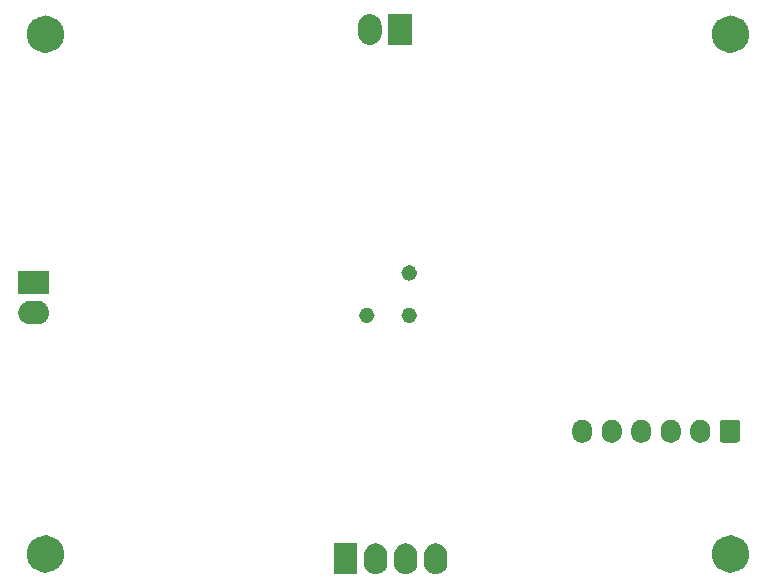
<source format=gbr>
%TF.GenerationSoftware,KiCad,Pcbnew,8.0.6*%
%TF.CreationDate,2024-11-12T13:07:59+05:30*%
%TF.ProjectId,SensePi_yashpal,53656e73-6550-4695-9f79-61736870616c,rev?*%
%TF.SameCoordinates,Original*%
%TF.FileFunction,Soldermask,Bot*%
%TF.FilePolarity,Negative*%
%FSLAX46Y46*%
G04 Gerber Fmt 4.6, Leading zero omitted, Abs format (unit mm)*
G04 Created by KiCad (PCBNEW 8.0.6) date 2024-11-12 13:07:59*
%MOMM*%
%LPD*%
G01*
G04 APERTURE LIST*
%ADD10C,0.650000*%
%ADD11C,0.000000*%
%ADD12C,1.600000*%
G04 APERTURE END LIST*
D10*
X140121000Y-103204000D02*
G75*
G02*
X139471000Y-103204000I-325000J0D01*
G01*
X139471000Y-103204000D02*
G75*
G02*
X140121000Y-103204000I325000J0D01*
G01*
D11*
G36*
X135420000Y-128690000D02*
G01*
X133420000Y-128690000D01*
X133420000Y-126090000D01*
X135420000Y-126090000D01*
X135420000Y-128690000D01*
G37*
D12*
X109800000Y-83000000D02*
G75*
G02*
X108200000Y-83000000I-800000J0D01*
G01*
X108200000Y-83000000D02*
G75*
G02*
X109800000Y-83000000I800000J0D01*
G01*
D11*
G36*
X157024810Y-115615090D02*
G01*
X157107330Y-115627330D01*
X157188240Y-115647600D01*
X157266780Y-115675700D01*
X157342190Y-115711370D01*
X157413730Y-115754250D01*
X157480730Y-115803940D01*
X157542540Y-115859960D01*
X157598560Y-115921770D01*
X157648250Y-115988770D01*
X157691130Y-116060310D01*
X157726800Y-116135720D01*
X157754900Y-116214260D01*
X157775170Y-116295170D01*
X157787410Y-116377690D01*
X157791500Y-116461000D01*
X157791500Y-116586000D01*
X157791500Y-116711000D01*
X157787410Y-116794310D01*
X157775170Y-116876830D01*
X157754900Y-116957740D01*
X157726800Y-117036280D01*
X157691130Y-117111690D01*
X157648250Y-117183230D01*
X157598560Y-117250230D01*
X157542540Y-117312040D01*
X157480730Y-117368060D01*
X157413730Y-117417750D01*
X157342190Y-117460630D01*
X157266780Y-117496300D01*
X157188240Y-117524400D01*
X157107330Y-117544670D01*
X157024810Y-117556910D01*
X156941500Y-117561000D01*
X156858190Y-117556910D01*
X156775670Y-117544670D01*
X156694760Y-117524400D01*
X156616220Y-117496300D01*
X156540810Y-117460630D01*
X156469270Y-117417750D01*
X156402270Y-117368060D01*
X156340460Y-117312040D01*
X156284440Y-117250230D01*
X156234750Y-117183230D01*
X156191870Y-117111690D01*
X156156200Y-117036280D01*
X156128100Y-116957740D01*
X156107830Y-116876830D01*
X156095590Y-116794310D01*
X156091500Y-116711000D01*
X156091500Y-116461000D01*
X156095590Y-116377690D01*
X156107830Y-116295170D01*
X156128100Y-116214260D01*
X156156200Y-116135720D01*
X156191870Y-116060310D01*
X156234750Y-115988770D01*
X156284440Y-115921770D01*
X156340460Y-115859960D01*
X156402270Y-115803940D01*
X156469270Y-115754250D01*
X156540810Y-115711370D01*
X156616220Y-115675700D01*
X156694760Y-115647600D01*
X156775670Y-115627330D01*
X156858190Y-115615090D01*
X156941500Y-115611000D01*
X157024810Y-115615090D01*
G37*
G36*
X154524810Y-115615090D02*
G01*
X154607330Y-115627330D01*
X154688240Y-115647600D01*
X154766780Y-115675700D01*
X154842190Y-115711370D01*
X154913730Y-115754250D01*
X154980730Y-115803940D01*
X155042540Y-115859960D01*
X155098560Y-115921770D01*
X155148250Y-115988770D01*
X155191130Y-116060310D01*
X155226800Y-116135720D01*
X155254900Y-116214260D01*
X155275170Y-116295170D01*
X155287410Y-116377690D01*
X155291500Y-116461000D01*
X155291500Y-116586000D01*
X155291500Y-116711000D01*
X155287410Y-116794310D01*
X155275170Y-116876830D01*
X155254900Y-116957740D01*
X155226800Y-117036280D01*
X155191130Y-117111690D01*
X155148250Y-117183230D01*
X155098560Y-117250230D01*
X155042540Y-117312040D01*
X154980730Y-117368060D01*
X154913730Y-117417750D01*
X154842190Y-117460630D01*
X154766780Y-117496300D01*
X154688240Y-117524400D01*
X154607330Y-117544670D01*
X154524810Y-117556910D01*
X154441500Y-117561000D01*
X154358190Y-117556910D01*
X154275670Y-117544670D01*
X154194760Y-117524400D01*
X154116220Y-117496300D01*
X154040810Y-117460630D01*
X153969270Y-117417750D01*
X153902270Y-117368060D01*
X153840460Y-117312040D01*
X153784440Y-117250230D01*
X153734750Y-117183230D01*
X153691870Y-117111690D01*
X153656200Y-117036280D01*
X153628100Y-116957740D01*
X153607830Y-116876830D01*
X153595590Y-116794310D01*
X153591500Y-116711000D01*
X153591500Y-116461000D01*
X153595590Y-116377690D01*
X153607830Y-116295170D01*
X153628100Y-116214260D01*
X153656200Y-116135720D01*
X153691870Y-116060310D01*
X153734750Y-115988770D01*
X153784440Y-115921770D01*
X153840460Y-115859960D01*
X153902270Y-115803940D01*
X153969270Y-115754250D01*
X154040810Y-115711370D01*
X154116220Y-115675700D01*
X154194760Y-115647600D01*
X154275670Y-115627330D01*
X154358190Y-115615090D01*
X154441500Y-115611000D01*
X154524810Y-115615090D01*
G37*
G36*
X137058020Y-126094820D02*
G01*
X137155090Y-126109210D01*
X137250280Y-126133060D01*
X137342680Y-126166120D01*
X137431400Y-126208080D01*
X137515570Y-126258530D01*
X137594390Y-126316990D01*
X137667110Y-126382890D01*
X137733010Y-126455610D01*
X137791470Y-126534430D01*
X137841920Y-126618600D01*
X137883880Y-126707320D01*
X137916940Y-126799720D01*
X137940790Y-126894910D01*
X137955180Y-126991980D01*
X137960000Y-127090000D01*
X137960000Y-127390000D01*
X137960000Y-127690000D01*
X137955180Y-127788020D01*
X137940790Y-127885090D01*
X137916940Y-127980280D01*
X137883880Y-128072680D01*
X137841920Y-128161400D01*
X137791470Y-128245570D01*
X137733010Y-128324390D01*
X137667110Y-128397110D01*
X137594390Y-128463010D01*
X137515570Y-128521470D01*
X137431400Y-128571920D01*
X137342680Y-128613880D01*
X137250280Y-128646940D01*
X137155090Y-128670790D01*
X137058020Y-128685180D01*
X136960000Y-128690000D01*
X136861980Y-128685180D01*
X136764910Y-128670790D01*
X136669720Y-128646940D01*
X136577320Y-128613880D01*
X136488600Y-128571920D01*
X136404430Y-128521470D01*
X136325610Y-128463010D01*
X136252890Y-128397110D01*
X136186990Y-128324390D01*
X136128530Y-128245570D01*
X136078080Y-128161400D01*
X136036120Y-128072680D01*
X136003060Y-127980280D01*
X135979210Y-127885090D01*
X135964820Y-127788020D01*
X135960000Y-127690000D01*
X135960000Y-127090000D01*
X135964820Y-126991980D01*
X135979210Y-126894910D01*
X136003060Y-126799720D01*
X136036120Y-126707320D01*
X136078080Y-126618600D01*
X136128530Y-126534430D01*
X136186990Y-126455610D01*
X136252890Y-126382890D01*
X136325610Y-126316990D01*
X136404430Y-126258530D01*
X136488600Y-126208080D01*
X136577320Y-126166120D01*
X136669720Y-126133060D01*
X136764910Y-126109210D01*
X136861980Y-126094820D01*
X136960000Y-126090000D01*
X137058020Y-126094820D01*
G37*
D10*
X140121000Y-106796000D02*
G75*
G02*
X139471000Y-106796000I-325000J0D01*
G01*
X139471000Y-106796000D02*
G75*
G02*
X140121000Y-106796000I325000J0D01*
G01*
D11*
G36*
X140010000Y-83880000D02*
G01*
X138010000Y-83880000D01*
X138010000Y-81280000D01*
X140010000Y-81280000D01*
X140010000Y-83880000D01*
G37*
G36*
X164524810Y-115615090D02*
G01*
X164607330Y-115627330D01*
X164688240Y-115647600D01*
X164766780Y-115675700D01*
X164842190Y-115711370D01*
X164913730Y-115754250D01*
X164980730Y-115803940D01*
X165042540Y-115859960D01*
X165098560Y-115921770D01*
X165148250Y-115988770D01*
X165191130Y-116060310D01*
X165226800Y-116135720D01*
X165254900Y-116214260D01*
X165275170Y-116295170D01*
X165287410Y-116377690D01*
X165291500Y-116461000D01*
X165291500Y-116586000D01*
X165291500Y-116711000D01*
X165287410Y-116794310D01*
X165275170Y-116876830D01*
X165254900Y-116957740D01*
X165226800Y-117036280D01*
X165191130Y-117111690D01*
X165148250Y-117183230D01*
X165098560Y-117250230D01*
X165042540Y-117312040D01*
X164980730Y-117368060D01*
X164913730Y-117417750D01*
X164842190Y-117460630D01*
X164766780Y-117496300D01*
X164688240Y-117524400D01*
X164607330Y-117544670D01*
X164524810Y-117556910D01*
X164441500Y-117561000D01*
X164358190Y-117556910D01*
X164275670Y-117544670D01*
X164194760Y-117524400D01*
X164116220Y-117496300D01*
X164040810Y-117460630D01*
X163969270Y-117417750D01*
X163902270Y-117368060D01*
X163840460Y-117312040D01*
X163784440Y-117250230D01*
X163734750Y-117183230D01*
X163691870Y-117111690D01*
X163656200Y-117036280D01*
X163628100Y-116957740D01*
X163607830Y-116876830D01*
X163595590Y-116794310D01*
X163591500Y-116711000D01*
X163591500Y-116461000D01*
X163595590Y-116377690D01*
X163607830Y-116295170D01*
X163628100Y-116214260D01*
X163656200Y-116135720D01*
X163691870Y-116060310D01*
X163734750Y-115988770D01*
X163784440Y-115921770D01*
X163840460Y-115859960D01*
X163902270Y-115803940D01*
X163969270Y-115754250D01*
X164040810Y-115711370D01*
X164116220Y-115675700D01*
X164194760Y-115647600D01*
X164275670Y-115627330D01*
X164358190Y-115615090D01*
X164441500Y-115611000D01*
X164524810Y-115615090D01*
G37*
D12*
X109800000Y-127000000D02*
G75*
G02*
X108200000Y-127000000I-800000J0D01*
G01*
X108200000Y-127000000D02*
G75*
G02*
X109800000Y-127000000I800000J0D01*
G01*
D11*
G36*
X108398020Y-105544820D02*
G01*
X108495090Y-105559210D01*
X108590280Y-105583060D01*
X108682680Y-105616120D01*
X108771400Y-105658080D01*
X108855570Y-105708530D01*
X108934390Y-105766990D01*
X109007110Y-105832890D01*
X109073010Y-105905610D01*
X109131470Y-105984430D01*
X109181920Y-106068600D01*
X109223880Y-106157320D01*
X109256940Y-106249720D01*
X109280790Y-106344910D01*
X109295180Y-106441980D01*
X109300000Y-106540000D01*
X109295180Y-106638020D01*
X109280790Y-106735090D01*
X109256940Y-106830280D01*
X109223880Y-106922680D01*
X109181920Y-107011400D01*
X109131470Y-107095570D01*
X109073010Y-107174390D01*
X109007110Y-107247110D01*
X108934390Y-107313010D01*
X108855570Y-107371470D01*
X108771400Y-107421920D01*
X108682680Y-107463880D01*
X108590280Y-107496940D01*
X108495090Y-107520790D01*
X108398020Y-107535180D01*
X108300000Y-107540000D01*
X108000000Y-107540000D01*
X107700000Y-107540000D01*
X107601980Y-107535180D01*
X107504910Y-107520790D01*
X107409720Y-107496940D01*
X107317320Y-107463880D01*
X107228600Y-107421920D01*
X107144430Y-107371470D01*
X107065610Y-107313010D01*
X106992890Y-107247110D01*
X106926990Y-107174390D01*
X106868530Y-107095570D01*
X106818080Y-107011400D01*
X106776120Y-106922680D01*
X106743060Y-106830280D01*
X106719210Y-106735090D01*
X106704820Y-106638020D01*
X106700000Y-106540000D01*
X106704820Y-106441980D01*
X106719210Y-106344910D01*
X106743060Y-106249720D01*
X106776120Y-106157320D01*
X106818080Y-106068600D01*
X106868530Y-105984430D01*
X106926990Y-105905610D01*
X106992890Y-105832890D01*
X107065610Y-105766990D01*
X107144430Y-105708530D01*
X107228600Y-105658080D01*
X107317320Y-105616120D01*
X107409720Y-105583060D01*
X107504910Y-105559210D01*
X107601980Y-105544820D01*
X107700000Y-105540000D01*
X108300000Y-105540000D01*
X108398020Y-105544820D01*
G37*
G36*
X159524810Y-115615090D02*
G01*
X159607330Y-115627330D01*
X159688240Y-115647600D01*
X159766780Y-115675700D01*
X159842190Y-115711370D01*
X159913730Y-115754250D01*
X159980730Y-115803940D01*
X160042540Y-115859960D01*
X160098560Y-115921770D01*
X160148250Y-115988770D01*
X160191130Y-116060310D01*
X160226800Y-116135720D01*
X160254900Y-116214260D01*
X160275170Y-116295170D01*
X160287410Y-116377690D01*
X160291500Y-116461000D01*
X160291500Y-116586000D01*
X160291500Y-116711000D01*
X160287410Y-116794310D01*
X160275170Y-116876830D01*
X160254900Y-116957740D01*
X160226800Y-117036280D01*
X160191130Y-117111690D01*
X160148250Y-117183230D01*
X160098560Y-117250230D01*
X160042540Y-117312040D01*
X159980730Y-117368060D01*
X159913730Y-117417750D01*
X159842190Y-117460630D01*
X159766780Y-117496300D01*
X159688240Y-117524400D01*
X159607330Y-117544670D01*
X159524810Y-117556910D01*
X159441500Y-117561000D01*
X159358190Y-117556910D01*
X159275670Y-117544670D01*
X159194760Y-117524400D01*
X159116220Y-117496300D01*
X159040810Y-117460630D01*
X158969270Y-117417750D01*
X158902270Y-117368060D01*
X158840460Y-117312040D01*
X158784440Y-117250230D01*
X158734750Y-117183230D01*
X158691870Y-117111690D01*
X158656200Y-117036280D01*
X158628100Y-116957740D01*
X158607830Y-116876830D01*
X158595590Y-116794310D01*
X158591500Y-116711000D01*
X158591500Y-116461000D01*
X158595590Y-116377690D01*
X158607830Y-116295170D01*
X158628100Y-116214260D01*
X158656200Y-116135720D01*
X158691870Y-116060310D01*
X158734750Y-115988770D01*
X158784440Y-115921770D01*
X158840460Y-115859960D01*
X158902270Y-115803940D01*
X158969270Y-115754250D01*
X159040810Y-115711370D01*
X159116220Y-115675700D01*
X159194760Y-115647600D01*
X159275670Y-115627330D01*
X159358190Y-115615090D01*
X159441500Y-115611000D01*
X159524810Y-115615090D01*
G37*
G36*
X162024810Y-115615090D02*
G01*
X162107330Y-115627330D01*
X162188240Y-115647600D01*
X162266780Y-115675700D01*
X162342190Y-115711370D01*
X162413730Y-115754250D01*
X162480730Y-115803940D01*
X162542540Y-115859960D01*
X162598560Y-115921770D01*
X162648250Y-115988770D01*
X162691130Y-116060310D01*
X162726800Y-116135720D01*
X162754900Y-116214260D01*
X162775170Y-116295170D01*
X162787410Y-116377690D01*
X162791500Y-116461000D01*
X162791500Y-116586000D01*
X162791500Y-116711000D01*
X162787410Y-116794310D01*
X162775170Y-116876830D01*
X162754900Y-116957740D01*
X162726800Y-117036280D01*
X162691130Y-117111690D01*
X162648250Y-117183230D01*
X162598560Y-117250230D01*
X162542540Y-117312040D01*
X162480730Y-117368060D01*
X162413730Y-117417750D01*
X162342190Y-117460630D01*
X162266780Y-117496300D01*
X162188240Y-117524400D01*
X162107330Y-117544670D01*
X162024810Y-117556910D01*
X161941500Y-117561000D01*
X161858190Y-117556910D01*
X161775670Y-117544670D01*
X161694760Y-117524400D01*
X161616220Y-117496300D01*
X161540810Y-117460630D01*
X161469270Y-117417750D01*
X161402270Y-117368060D01*
X161340460Y-117312040D01*
X161284440Y-117250230D01*
X161234750Y-117183230D01*
X161191870Y-117111690D01*
X161156200Y-117036280D01*
X161128100Y-116957740D01*
X161107830Y-116876830D01*
X161095590Y-116794310D01*
X161091500Y-116711000D01*
X161091500Y-116461000D01*
X161095590Y-116377690D01*
X161107830Y-116295170D01*
X161128100Y-116214260D01*
X161156200Y-116135720D01*
X161191870Y-116060310D01*
X161234750Y-115988770D01*
X161284440Y-115921770D01*
X161340460Y-115859960D01*
X161402270Y-115803940D01*
X161469270Y-115754250D01*
X161540810Y-115711370D01*
X161616220Y-115675700D01*
X161694760Y-115647600D01*
X161775670Y-115627330D01*
X161858190Y-115615090D01*
X161941500Y-115611000D01*
X162024810Y-115615090D01*
G37*
G36*
X142138020Y-126094820D02*
G01*
X142235090Y-126109210D01*
X142330280Y-126133060D01*
X142422680Y-126166120D01*
X142511400Y-126208080D01*
X142595570Y-126258530D01*
X142674390Y-126316990D01*
X142747110Y-126382890D01*
X142813010Y-126455610D01*
X142871470Y-126534430D01*
X142921920Y-126618600D01*
X142963880Y-126707320D01*
X142996940Y-126799720D01*
X143020790Y-126894910D01*
X143035180Y-126991980D01*
X143040000Y-127090000D01*
X143040000Y-127390000D01*
X143040000Y-127690000D01*
X143035180Y-127788020D01*
X143020790Y-127885090D01*
X142996940Y-127980280D01*
X142963880Y-128072680D01*
X142921920Y-128161400D01*
X142871470Y-128245570D01*
X142813010Y-128324390D01*
X142747110Y-128397110D01*
X142674390Y-128463010D01*
X142595570Y-128521470D01*
X142511400Y-128571920D01*
X142422680Y-128613880D01*
X142330280Y-128646940D01*
X142235090Y-128670790D01*
X142138020Y-128685180D01*
X142040000Y-128690000D01*
X141941980Y-128685180D01*
X141844910Y-128670790D01*
X141749720Y-128646940D01*
X141657320Y-128613880D01*
X141568600Y-128571920D01*
X141484430Y-128521470D01*
X141405610Y-128463010D01*
X141332890Y-128397110D01*
X141266990Y-128324390D01*
X141208530Y-128245570D01*
X141158080Y-128161400D01*
X141116120Y-128072680D01*
X141083060Y-127980280D01*
X141059210Y-127885090D01*
X141044820Y-127788020D01*
X141040000Y-127690000D01*
X141040000Y-127090000D01*
X141044820Y-126991980D01*
X141059210Y-126894910D01*
X141083060Y-126799720D01*
X141116120Y-126707320D01*
X141158080Y-126618600D01*
X141208530Y-126534430D01*
X141266990Y-126455610D01*
X141332890Y-126382890D01*
X141405610Y-126316990D01*
X141484430Y-126258530D01*
X141568600Y-126208080D01*
X141657320Y-126166120D01*
X141749720Y-126133060D01*
X141844910Y-126109210D01*
X141941980Y-126094820D01*
X142040000Y-126090000D01*
X142138020Y-126094820D01*
G37*
G36*
X167545010Y-115611020D02*
G01*
X167548510Y-115611100D01*
X167552020Y-115611220D01*
X167555520Y-115611390D01*
X167559020Y-115611610D01*
X167562510Y-115611880D01*
X167566000Y-115612200D01*
X167569490Y-115612570D01*
X167572970Y-115612990D01*
X167576450Y-115613450D01*
X167579920Y-115613970D01*
X167583380Y-115614530D01*
X167586830Y-115615140D01*
X167590270Y-115615800D01*
X167593710Y-115616510D01*
X167597130Y-115617270D01*
X167600540Y-115618070D01*
X167603940Y-115618920D01*
X167607330Y-115619820D01*
X167610710Y-115620770D01*
X167614070Y-115621760D01*
X167617420Y-115622810D01*
X167620750Y-115623890D01*
X167624070Y-115625030D01*
X167627370Y-115626210D01*
X167630660Y-115627440D01*
X167633920Y-115628710D01*
X167637170Y-115630030D01*
X167640400Y-115631390D01*
X167643610Y-115632800D01*
X167646800Y-115634260D01*
X167649970Y-115635760D01*
X167653120Y-115637300D01*
X167656250Y-115638890D01*
X167659350Y-115640520D01*
X167662430Y-115642190D01*
X167665490Y-115643910D01*
X167668520Y-115645670D01*
X167671530Y-115647470D01*
X167674510Y-115649320D01*
X167677460Y-115651210D01*
X167680390Y-115653130D01*
X167683290Y-115655100D01*
X167686170Y-115657110D01*
X167689010Y-115659160D01*
X167691830Y-115661250D01*
X167694620Y-115663380D01*
X167697370Y-115665540D01*
X167700100Y-115667750D01*
X167702790Y-115669990D01*
X167705460Y-115672270D01*
X167708090Y-115674590D01*
X167710680Y-115676940D01*
X167713250Y-115679330D01*
X167715780Y-115681760D01*
X167718280Y-115684220D01*
X167720740Y-115686720D01*
X167723170Y-115689250D01*
X167725560Y-115691820D01*
X167727910Y-115694410D01*
X167730230Y-115697040D01*
X167732510Y-115699710D01*
X167734750Y-115702400D01*
X167736960Y-115705130D01*
X167739120Y-115707880D01*
X167741250Y-115710670D01*
X167743340Y-115713490D01*
X167745390Y-115716330D01*
X167747400Y-115719210D01*
X167749370Y-115722110D01*
X167751290Y-115725040D01*
X167753180Y-115727990D01*
X167755030Y-115730970D01*
X167756830Y-115733980D01*
X167758590Y-115737010D01*
X167760310Y-115740070D01*
X167761980Y-115743150D01*
X167763610Y-115746250D01*
X167765200Y-115749380D01*
X167766740Y-115752530D01*
X167768240Y-115755700D01*
X167769700Y-115758890D01*
X167771110Y-115762100D01*
X167772470Y-115765330D01*
X167773790Y-115768580D01*
X167775060Y-115771840D01*
X167776290Y-115775130D01*
X167777470Y-115778430D01*
X167778610Y-115781750D01*
X167779690Y-115785080D01*
X167780740Y-115788430D01*
X167781730Y-115791790D01*
X167782680Y-115795170D01*
X167783580Y-115798560D01*
X167784430Y-115801960D01*
X167785230Y-115805370D01*
X167785990Y-115808790D01*
X167786700Y-115812230D01*
X167787360Y-115815670D01*
X167787970Y-115819120D01*
X167788530Y-115822580D01*
X167789050Y-115826050D01*
X167789510Y-115829530D01*
X167789930Y-115833010D01*
X167790300Y-115836500D01*
X167790620Y-115839990D01*
X167790890Y-115843480D01*
X167791110Y-115846980D01*
X167791280Y-115850480D01*
X167791400Y-115853990D01*
X167791480Y-115857490D01*
X167791500Y-115861000D01*
X167791500Y-117311000D01*
X167791480Y-117314510D01*
X167791400Y-117318010D01*
X167791280Y-117321520D01*
X167791110Y-117325020D01*
X167790890Y-117328520D01*
X167790620Y-117332010D01*
X167790300Y-117335500D01*
X167789930Y-117338990D01*
X167789510Y-117342470D01*
X167789050Y-117345950D01*
X167788530Y-117349420D01*
X167787970Y-117352880D01*
X167787360Y-117356330D01*
X167786700Y-117359770D01*
X167785990Y-117363210D01*
X167785230Y-117366630D01*
X167784430Y-117370040D01*
X167783580Y-117373440D01*
X167782680Y-117376830D01*
X167781730Y-117380210D01*
X167780740Y-117383570D01*
X167779690Y-117386920D01*
X167778610Y-117390250D01*
X167777470Y-117393570D01*
X167776290Y-117396870D01*
X167775060Y-117400160D01*
X167773790Y-117403420D01*
X167772470Y-117406670D01*
X167771110Y-117409900D01*
X167769700Y-117413110D01*
X167768240Y-117416300D01*
X167766740Y-117419470D01*
X167765200Y-117422620D01*
X167763610Y-117425750D01*
X167761980Y-117428850D01*
X167760310Y-117431930D01*
X167758590Y-117434990D01*
X167756830Y-117438020D01*
X167755030Y-117441030D01*
X167753180Y-117444010D01*
X167751290Y-117446960D01*
X167749370Y-117449890D01*
X167747400Y-117452790D01*
X167745390Y-117455670D01*
X167743340Y-117458510D01*
X167741250Y-117461330D01*
X167739120Y-117464120D01*
X167736960Y-117466870D01*
X167734750Y-117469600D01*
X167732510Y-117472290D01*
X167730230Y-117474960D01*
X167727910Y-117477590D01*
X167725560Y-117480180D01*
X167723170Y-117482750D01*
X167720740Y-117485280D01*
X167718280Y-117487780D01*
X167715780Y-117490240D01*
X167713250Y-117492670D01*
X167710680Y-117495060D01*
X167708090Y-117497410D01*
X167705460Y-117499730D01*
X167702790Y-117502010D01*
X167700100Y-117504250D01*
X167697370Y-117506460D01*
X167694620Y-117508620D01*
X167691830Y-117510750D01*
X167689010Y-117512840D01*
X167686170Y-117514890D01*
X167683290Y-117516900D01*
X167680390Y-117518870D01*
X167677460Y-117520790D01*
X167674510Y-117522680D01*
X167671530Y-117524530D01*
X167668520Y-117526330D01*
X167665490Y-117528090D01*
X167662430Y-117529810D01*
X167659350Y-117531480D01*
X167656250Y-117533110D01*
X167653120Y-117534700D01*
X167649970Y-117536240D01*
X167646800Y-117537740D01*
X167643610Y-117539200D01*
X167640400Y-117540610D01*
X167637170Y-117541970D01*
X167633920Y-117543290D01*
X167630660Y-117544560D01*
X167627370Y-117545790D01*
X167624070Y-117546970D01*
X167620750Y-117548110D01*
X167617420Y-117549190D01*
X167614070Y-117550240D01*
X167610710Y-117551230D01*
X167607330Y-117552180D01*
X167603940Y-117553080D01*
X167600540Y-117553930D01*
X167597130Y-117554730D01*
X167593710Y-117555490D01*
X167590270Y-117556200D01*
X167586830Y-117556860D01*
X167583380Y-117557470D01*
X167579920Y-117558030D01*
X167576450Y-117558550D01*
X167572970Y-117559010D01*
X167569490Y-117559430D01*
X167566000Y-117559800D01*
X167562510Y-117560120D01*
X167559020Y-117560390D01*
X167555520Y-117560610D01*
X167552020Y-117560780D01*
X167548510Y-117560900D01*
X167545010Y-117560980D01*
X167541500Y-117561000D01*
X166341500Y-117561000D01*
X166337990Y-117560980D01*
X166334490Y-117560900D01*
X166330980Y-117560780D01*
X166327480Y-117560610D01*
X166323980Y-117560390D01*
X166320490Y-117560120D01*
X166317000Y-117559800D01*
X166313510Y-117559430D01*
X166310030Y-117559010D01*
X166306550Y-117558550D01*
X166303080Y-117558030D01*
X166299620Y-117557470D01*
X166296170Y-117556860D01*
X166292730Y-117556200D01*
X166289290Y-117555490D01*
X166285870Y-117554730D01*
X166282460Y-117553930D01*
X166279060Y-117553080D01*
X166275670Y-117552180D01*
X166272290Y-117551230D01*
X166268930Y-117550240D01*
X166265580Y-117549190D01*
X166262250Y-117548110D01*
X166258930Y-117546970D01*
X166255630Y-117545790D01*
X166252340Y-117544560D01*
X166249080Y-117543290D01*
X166245830Y-117541970D01*
X166242600Y-117540610D01*
X166239390Y-117539200D01*
X166236200Y-117537740D01*
X166233030Y-117536240D01*
X166229880Y-117534700D01*
X166226750Y-117533110D01*
X166223650Y-117531480D01*
X166220570Y-117529810D01*
X166217510Y-117528090D01*
X166214480Y-117526330D01*
X166211470Y-117524530D01*
X166208490Y-117522680D01*
X166205540Y-117520790D01*
X166202610Y-117518870D01*
X166199710Y-117516900D01*
X166196830Y-117514890D01*
X166193990Y-117512840D01*
X166191170Y-117510750D01*
X166188380Y-117508620D01*
X166185630Y-117506460D01*
X166182900Y-117504250D01*
X166180210Y-117502010D01*
X166177540Y-117499730D01*
X166174910Y-117497410D01*
X166172320Y-117495060D01*
X166169750Y-117492670D01*
X166167220Y-117490240D01*
X166164720Y-117487780D01*
X166162260Y-117485280D01*
X166159830Y-117482750D01*
X166157440Y-117480180D01*
X166155090Y-117477590D01*
X166152770Y-117474960D01*
X166150490Y-117472290D01*
X166148250Y-117469600D01*
X166146040Y-117466870D01*
X166143880Y-117464120D01*
X166141750Y-117461330D01*
X166139660Y-117458510D01*
X166137610Y-117455670D01*
X166135600Y-117452790D01*
X166133630Y-117449890D01*
X166131710Y-117446960D01*
X166129820Y-117444010D01*
X166127970Y-117441030D01*
X166126170Y-117438020D01*
X166124410Y-117434990D01*
X166122690Y-117431930D01*
X166121020Y-117428850D01*
X166119390Y-117425750D01*
X166117800Y-117422620D01*
X166116260Y-117419470D01*
X166114760Y-117416300D01*
X166113300Y-117413110D01*
X166111890Y-117409900D01*
X166110530Y-117406670D01*
X166109210Y-117403420D01*
X166107940Y-117400160D01*
X166106710Y-117396870D01*
X166105530Y-117393570D01*
X166104390Y-117390250D01*
X166103310Y-117386920D01*
X166102260Y-117383570D01*
X166101270Y-117380210D01*
X166100320Y-117376830D01*
X166099420Y-117373440D01*
X166098570Y-117370040D01*
X166097770Y-117366630D01*
X166097010Y-117363210D01*
X166096300Y-117359770D01*
X166095640Y-117356330D01*
X166095030Y-117352880D01*
X166094470Y-117349420D01*
X166093950Y-117345950D01*
X166093490Y-117342470D01*
X166093070Y-117338990D01*
X166092700Y-117335500D01*
X166092380Y-117332010D01*
X166092110Y-117328520D01*
X166091890Y-117325020D01*
X166091720Y-117321520D01*
X166091600Y-117318010D01*
X166091520Y-117314510D01*
X166091500Y-117311000D01*
X166091500Y-115861000D01*
X166091520Y-115857490D01*
X166091600Y-115853990D01*
X166091720Y-115850480D01*
X166091890Y-115846980D01*
X166092110Y-115843480D01*
X166092380Y-115839990D01*
X166092700Y-115836500D01*
X166093070Y-115833010D01*
X166093490Y-115829530D01*
X166093950Y-115826050D01*
X166094470Y-115822580D01*
X166095030Y-115819120D01*
X166095640Y-115815670D01*
X166096300Y-115812230D01*
X166097010Y-115808790D01*
X166097770Y-115805370D01*
X166098570Y-115801960D01*
X166099420Y-115798560D01*
X166100320Y-115795170D01*
X166101270Y-115791790D01*
X166102260Y-115788430D01*
X166103310Y-115785080D01*
X166104390Y-115781750D01*
X166105530Y-115778430D01*
X166106710Y-115775130D01*
X166107940Y-115771840D01*
X166109210Y-115768580D01*
X166110530Y-115765330D01*
X166111890Y-115762100D01*
X166113300Y-115758890D01*
X166114760Y-115755700D01*
X166116260Y-115752530D01*
X166117800Y-115749380D01*
X166119390Y-115746250D01*
X166121020Y-115743150D01*
X166122690Y-115740070D01*
X166124410Y-115737010D01*
X166126170Y-115733980D01*
X166127970Y-115730970D01*
X166129820Y-115727990D01*
X166131710Y-115725040D01*
X166133630Y-115722110D01*
X166135600Y-115719210D01*
X166137610Y-115716330D01*
X166139660Y-115713490D01*
X166141750Y-115710670D01*
X166143880Y-115707880D01*
X166146040Y-115705130D01*
X166148250Y-115702400D01*
X166150490Y-115699710D01*
X166152770Y-115697040D01*
X166155090Y-115694410D01*
X166157440Y-115691820D01*
X166159830Y-115689250D01*
X166162260Y-115686720D01*
X166164720Y-115684220D01*
X166167220Y-115681760D01*
X166169750Y-115679330D01*
X166172320Y-115676940D01*
X166174910Y-115674590D01*
X166177540Y-115672270D01*
X166180210Y-115669990D01*
X166182900Y-115667750D01*
X166185630Y-115665540D01*
X166188380Y-115663380D01*
X166191170Y-115661250D01*
X166193990Y-115659160D01*
X166196830Y-115657110D01*
X166199710Y-115655100D01*
X166202610Y-115653130D01*
X166205540Y-115651210D01*
X166208490Y-115649320D01*
X166211470Y-115647470D01*
X166214480Y-115645670D01*
X166217510Y-115643910D01*
X166220570Y-115642190D01*
X166223650Y-115640520D01*
X166226750Y-115638890D01*
X166229880Y-115637300D01*
X166233030Y-115635760D01*
X166236200Y-115634260D01*
X166239390Y-115632800D01*
X166242600Y-115631390D01*
X166245830Y-115630030D01*
X166249080Y-115628710D01*
X166252340Y-115627440D01*
X166255630Y-115626210D01*
X166258930Y-115625030D01*
X166262250Y-115623890D01*
X166265580Y-115622810D01*
X166268930Y-115621760D01*
X166272290Y-115620770D01*
X166275670Y-115619820D01*
X166279060Y-115618920D01*
X166282460Y-115618070D01*
X166285870Y-115617270D01*
X166289290Y-115616510D01*
X166292730Y-115615800D01*
X166296170Y-115615140D01*
X166299620Y-115614530D01*
X166303080Y-115613970D01*
X166306550Y-115613450D01*
X166310030Y-115612990D01*
X166313510Y-115612570D01*
X166317000Y-115612200D01*
X166320490Y-115611880D01*
X166323980Y-115611610D01*
X166327480Y-115611390D01*
X166330980Y-115611220D01*
X166334490Y-115611100D01*
X166337990Y-115611020D01*
X166341500Y-115611000D01*
X167541500Y-115611000D01*
X167545010Y-115611020D01*
G37*
G36*
X136568020Y-81284820D02*
G01*
X136665090Y-81299210D01*
X136760280Y-81323060D01*
X136852680Y-81356120D01*
X136941400Y-81398080D01*
X137025570Y-81448530D01*
X137104390Y-81506990D01*
X137177110Y-81572890D01*
X137243010Y-81645610D01*
X137301470Y-81724430D01*
X137351920Y-81808600D01*
X137393880Y-81897320D01*
X137426940Y-81989720D01*
X137450790Y-82084910D01*
X137465180Y-82181980D01*
X137470000Y-82280000D01*
X137470000Y-82580000D01*
X137470000Y-82880000D01*
X137465180Y-82978020D01*
X137450790Y-83075090D01*
X137426940Y-83170280D01*
X137393880Y-83262680D01*
X137351920Y-83351400D01*
X137301470Y-83435570D01*
X137243010Y-83514390D01*
X137177110Y-83587110D01*
X137104390Y-83653010D01*
X137025570Y-83711470D01*
X136941400Y-83761920D01*
X136852680Y-83803880D01*
X136760280Y-83836940D01*
X136665090Y-83860790D01*
X136568020Y-83875180D01*
X136470000Y-83880000D01*
X136371980Y-83875180D01*
X136274910Y-83860790D01*
X136179720Y-83836940D01*
X136087320Y-83803880D01*
X135998600Y-83761920D01*
X135914430Y-83711470D01*
X135835610Y-83653010D01*
X135762890Y-83587110D01*
X135696990Y-83514390D01*
X135638530Y-83435570D01*
X135588080Y-83351400D01*
X135546120Y-83262680D01*
X135513060Y-83170280D01*
X135489210Y-83075090D01*
X135474820Y-82978020D01*
X135470000Y-82880000D01*
X135470000Y-82280000D01*
X135474820Y-82181980D01*
X135489210Y-82084910D01*
X135513060Y-81989720D01*
X135546120Y-81897320D01*
X135588080Y-81808600D01*
X135638530Y-81724430D01*
X135696990Y-81645610D01*
X135762890Y-81572890D01*
X135835610Y-81506990D01*
X135914430Y-81448530D01*
X135998600Y-81398080D01*
X136087320Y-81356120D01*
X136179720Y-81323060D01*
X136274910Y-81299210D01*
X136371980Y-81284820D01*
X136470000Y-81280000D01*
X136568020Y-81284820D01*
G37*
D12*
X167800000Y-83000000D02*
G75*
G02*
X166200000Y-83000000I-800000J0D01*
G01*
X166200000Y-83000000D02*
G75*
G02*
X167800000Y-83000000I800000J0D01*
G01*
X167800000Y-127000000D02*
G75*
G02*
X166200000Y-127000000I-800000J0D01*
G01*
X166200000Y-127000000D02*
G75*
G02*
X167800000Y-127000000I800000J0D01*
G01*
D11*
G36*
X109300000Y-105000000D02*
G01*
X106700000Y-105000000D01*
X106700000Y-103000000D01*
X109300000Y-103000000D01*
X109300000Y-105000000D01*
G37*
G36*
X139598020Y-126094820D02*
G01*
X139695090Y-126109210D01*
X139790280Y-126133060D01*
X139882680Y-126166120D01*
X139971400Y-126208080D01*
X140055570Y-126258530D01*
X140134390Y-126316990D01*
X140207110Y-126382890D01*
X140273010Y-126455610D01*
X140331470Y-126534430D01*
X140381920Y-126618600D01*
X140423880Y-126707320D01*
X140456940Y-126799720D01*
X140480790Y-126894910D01*
X140495180Y-126991980D01*
X140500000Y-127090000D01*
X140500000Y-127390000D01*
X140500000Y-127690000D01*
X140495180Y-127788020D01*
X140480790Y-127885090D01*
X140456940Y-127980280D01*
X140423880Y-128072680D01*
X140381920Y-128161400D01*
X140331470Y-128245570D01*
X140273010Y-128324390D01*
X140207110Y-128397110D01*
X140134390Y-128463010D01*
X140055570Y-128521470D01*
X139971400Y-128571920D01*
X139882680Y-128613880D01*
X139790280Y-128646940D01*
X139695090Y-128670790D01*
X139598020Y-128685180D01*
X139500000Y-128690000D01*
X139401980Y-128685180D01*
X139304910Y-128670790D01*
X139209720Y-128646940D01*
X139117320Y-128613880D01*
X139028600Y-128571920D01*
X138944430Y-128521470D01*
X138865610Y-128463010D01*
X138792890Y-128397110D01*
X138726990Y-128324390D01*
X138668530Y-128245570D01*
X138618080Y-128161400D01*
X138576120Y-128072680D01*
X138543060Y-127980280D01*
X138519210Y-127885090D01*
X138504820Y-127788020D01*
X138500000Y-127690000D01*
X138500000Y-127090000D01*
X138504820Y-126991980D01*
X138519210Y-126894910D01*
X138543060Y-126799720D01*
X138576120Y-126707320D01*
X138618080Y-126618600D01*
X138668530Y-126534430D01*
X138726990Y-126455610D01*
X138792890Y-126382890D01*
X138865610Y-126316990D01*
X138944430Y-126258530D01*
X139028600Y-126208080D01*
X139117320Y-126166120D01*
X139209720Y-126133060D01*
X139304910Y-126109210D01*
X139401980Y-126094820D01*
X139500000Y-126090000D01*
X139598020Y-126094820D01*
G37*
D10*
X136529000Y-106796000D02*
G75*
G02*
X135879000Y-106796000I-325000J0D01*
G01*
X135879000Y-106796000D02*
G75*
G02*
X136529000Y-106796000I325000J0D01*
G01*
M02*

</source>
